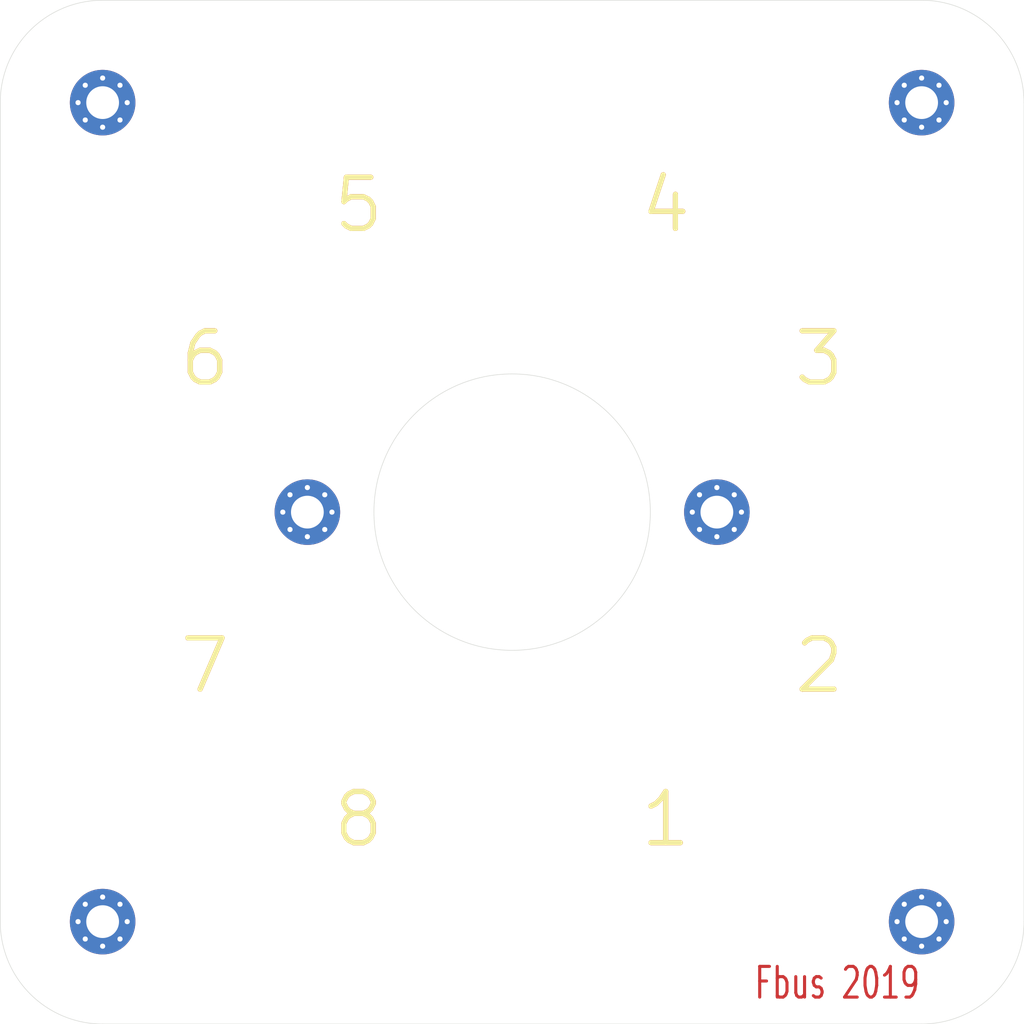
<source format=kicad_pcb>
(kicad_pcb (version 20171130) (host pcbnew "(5.1.4)-1")

  (general
    (thickness 1.6)
    (drawings 26)
    (tracks 0)
    (zones 0)
    (modules 14)
    (nets 1)
  )

  (page A4)
  (layers
    (0 F.Cu signal)
    (31 B.Cu signal)
    (32 B.Adhes user)
    (33 F.Adhes user)
    (34 B.Paste user)
    (35 F.Paste user)
    (36 B.SilkS user)
    (37 F.SilkS user)
    (38 B.Mask user)
    (39 F.Mask user)
    (40 Dwgs.User user)
    (41 Cmts.User user)
    (42 Eco1.User user)
    (43 Eco2.User user)
    (44 Edge.Cuts user)
    (45 Margin user)
    (46 B.CrtYd user)
    (47 F.CrtYd user)
    (48 B.Fab user)
    (49 F.Fab user)
  )

  (setup
    (last_trace_width 0.25)
    (trace_clearance 0.2)
    (zone_clearance 0.508)
    (zone_45_only no)
    (trace_min 0.2)
    (via_size 0.8)
    (via_drill 0.4)
    (via_min_size 0.4)
    (via_min_drill 0.3)
    (uvia_size 0.3)
    (uvia_drill 0.1)
    (uvias_allowed no)
    (uvia_min_size 0.2)
    (uvia_min_drill 0.1)
    (edge_width 0.05)
    (segment_width 0.2)
    (pcb_text_width 0.3)
    (pcb_text_size 1.5 1.5)
    (mod_edge_width 0.12)
    (mod_text_size 1 1)
    (mod_text_width 0.15)
    (pad_size 1.524 1.524)
    (pad_drill 0.762)
    (pad_to_mask_clearance 0.051)
    (solder_mask_min_width 0.25)
    (aux_axis_origin 0 0)
    (visible_elements 7FFFFFFF)
    (pcbplotparams
      (layerselection 0x010fc_ffffffff)
      (usegerberextensions false)
      (usegerberattributes false)
      (usegerberadvancedattributes false)
      (creategerberjobfile false)
      (excludeedgelayer true)
      (linewidth 0.100000)
      (plotframeref false)
      (viasonmask false)
      (mode 1)
      (useauxorigin false)
      (hpglpennumber 1)
      (hpglpenspeed 20)
      (hpglpendiameter 15.000000)
      (psnegative false)
      (psa4output false)
      (plotreference true)
      (plotvalue true)
      (plotinvisibletext false)
      (padsonsilk false)
      (subtractmaskfromsilk false)
      (outputformat 1)
      (mirror false)
      (drillshape 0)
      (scaleselection 1)
      (outputdirectory "gerbers/"))
  )

  (net 0 "")

  (net_class Default "This is the default net class."
    (clearance 0.2)
    (trace_width 0.25)
    (via_dia 0.8)
    (via_drill 0.4)
    (uvia_dia 0.3)
    (uvia_drill 0.1)
  )

  (module MountingHole:MountingHole_8.4mm_M8 (layer F.Cu) (tedit 56D1B4CB) (tstamp 5D9E5CEF)
    (at 60 85)
    (descr "Mounting Hole 8.4mm, no annular, M8")
    (tags "mounting hole 8.4mm no annular m8")
    (attr virtual)
    (fp_text reference REF** (at 0 -9.4) (layer F.SilkS) hide
      (effects (font (size 1 1) (thickness 0.15)))
    )
    (fp_text value MountingHole_8.4mm_M8 (at 0 9.4) (layer F.Fab) hide
      (effects (font (size 1 1) (thickness 0.15)))
    )
    (fp_text user %R (at 0.3 0) (layer F.Fab) hide
      (effects (font (size 1 1) (thickness 0.15)))
    )
    (fp_circle (center 0 0) (end 8.4 0) (layer Cmts.User) (width 0.15))
    (fp_circle (center 0 0) (end 8.65 0) (layer F.CrtYd) (width 0.05))
    (pad 1 np_thru_hole circle (at 0 0) (size 8.4 8.4) (drill 8.4) (layers *.Cu *.Mask))
  )

  (module MountingHole:MountingHole_8.4mm_M8 (layer F.Cu) (tedit 56D1B4CB) (tstamp 5D9E5CBB)
    (at 60 115)
    (descr "Mounting Hole 8.4mm, no annular, M8")
    (tags "mounting hole 8.4mm no annular m8")
    (attr virtual)
    (fp_text reference REF** (at 0 -9.4) (layer F.SilkS) hide
      (effects (font (size 1 1) (thickness 0.15)))
    )
    (fp_text value MountingHole_8.4mm_M8 (at 0 9.4) (layer F.Fab) hide
      (effects (font (size 1 1) (thickness 0.15)))
    )
    (fp_circle (center 0 0) (end 8.65 0) (layer F.CrtYd) (width 0.05))
    (fp_circle (center 0 0) (end 8.4 0) (layer Cmts.User) (width 0.15))
    (fp_text user %R (at 0.3 0) (layer F.Fab) hide
      (effects (font (size 1 1) (thickness 0.15)))
    )
    (pad 1 np_thru_hole circle (at 0 0) (size 8.4 8.4) (drill 8.4) (layers *.Cu *.Mask))
  )

  (module MountingHole:MountingHole_8.4mm_M8 (layer F.Cu) (tedit 56D1B4CB) (tstamp 5D9E5CAD)
    (at 85 140)
    (descr "Mounting Hole 8.4mm, no annular, M8")
    (tags "mounting hole 8.4mm no annular m8")
    (attr virtual)
    (fp_text reference REF** (at 0 -9.4) (layer F.SilkS) hide
      (effects (font (size 1 1) (thickness 0.15)))
    )
    (fp_text value MountingHole_8.4mm_M8 (at 0 9.4) (layer F.Fab) hide
      (effects (font (size 1 1) (thickness 0.15)))
    )
    (fp_text user %R (at 0.3 0) (layer F.Fab) hide
      (effects (font (size 1 1) (thickness 0.15)))
    )
    (fp_circle (center 0 0) (end 8.4 0) (layer Cmts.User) (width 0.15))
    (fp_circle (center 0 0) (end 8.65 0) (layer F.CrtYd) (width 0.05))
    (pad 1 np_thru_hole circle (at 0 0) (size 8.4 8.4) (drill 8.4) (layers *.Cu *.Mask))
  )

  (module MountingHole:MountingHole_8.4mm_M8 (layer F.Cu) (tedit 56D1B4CB) (tstamp 5D9E5C9F)
    (at 115 140)
    (descr "Mounting Hole 8.4mm, no annular, M8")
    (tags "mounting hole 8.4mm no annular m8")
    (attr virtual)
    (fp_text reference REF** (at 0 -9.4) (layer F.SilkS) hide
      (effects (font (size 1 1) (thickness 0.15)))
    )
    (fp_text value MountingHole_8.4mm_M8 (at 0 9.4) (layer F.Fab) hide
      (effects (font (size 1 1) (thickness 0.15)))
    )
    (fp_circle (center 0 0) (end 8.65 0) (layer F.CrtYd) (width 0.05))
    (fp_circle (center 0 0) (end 8.4 0) (layer Cmts.User) (width 0.15))
    (fp_text user %R (at 0.3 0) (layer F.Fab) hide
      (effects (font (size 1 1) (thickness 0.15)))
    )
    (pad 1 np_thru_hole circle (at 0 0) (size 8.4 8.4) (drill 8.4) (layers *.Cu *.Mask))
  )

  (module MountingHole:MountingHole_8.4mm_M8 (layer F.Cu) (tedit 56D1B4CB) (tstamp 5D9E5C91)
    (at 140 115)
    (descr "Mounting Hole 8.4mm, no annular, M8")
    (tags "mounting hole 8.4mm no annular m8")
    (attr virtual)
    (fp_text reference REF** (at 0 -9.4) (layer F.SilkS) hide
      (effects (font (size 1 1) (thickness 0.15)))
    )
    (fp_text value MountingHole_8.4mm_M8 (at 0 9.4) (layer F.Fab) hide
      (effects (font (size 1 1) (thickness 0.15)))
    )
    (fp_text user %R (at 0.3 0) (layer F.Fab) hide
      (effects (font (size 1 1) (thickness 0.15)))
    )
    (fp_circle (center 0 0) (end 8.4 0) (layer Cmts.User) (width 0.15))
    (fp_circle (center 0 0) (end 8.65 0) (layer F.CrtYd) (width 0.05))
    (pad 1 np_thru_hole circle (at 0 0) (size 8.4 8.4) (drill 8.4) (layers *.Cu *.Mask))
  )

  (module MountingHole:MountingHole_8.4mm_M8 (layer F.Cu) (tedit 56D1B4CB) (tstamp 5D9E5C83)
    (at 140 85)
    (descr "Mounting Hole 8.4mm, no annular, M8")
    (tags "mounting hole 8.4mm no annular m8")
    (attr virtual)
    (fp_text reference REF** (at 0 -9.4) (layer F.SilkS) hide
      (effects (font (size 1 1) (thickness 0.15)))
    )
    (fp_text value MountingHole_8.4mm_M8 (at 0 9.4) (layer F.Fab) hide
      (effects (font (size 1 1) (thickness 0.15)))
    )
    (fp_circle (center 0 0) (end 8.65 0) (layer F.CrtYd) (width 0.05))
    (fp_circle (center 0 0) (end 8.4 0) (layer Cmts.User) (width 0.15))
    (fp_text user %R (at 0.3 0) (layer F.Fab) hide
      (effects (font (size 1 1) (thickness 0.15)))
    )
    (pad 1 np_thru_hole circle (at 0 0) (size 8.4 8.4) (drill 8.4) (layers *.Cu *.Mask))
  )

  (module MountingHole:MountingHole_8.4mm_M8 (layer F.Cu) (tedit 56D1B4CB) (tstamp 5D9E5C75)
    (at 115 60)
    (descr "Mounting Hole 8.4mm, no annular, M8")
    (tags "mounting hole 8.4mm no annular m8")
    (attr virtual)
    (fp_text reference REF** (at 0 -9.4) (layer F.SilkS) hide
      (effects (font (size 1 1) (thickness 0.15)))
    )
    (fp_text value MountingHole_8.4mm_M8 (at 0 9.4) (layer F.Fab) hide
      (effects (font (size 1 1) (thickness 0.15)))
    )
    (fp_text user %R (at 0.3 0) (layer F.Fab) hide
      (effects (font (size 1 1) (thickness 0.15)))
    )
    (fp_circle (center 0 0) (end 8.4 0) (layer Cmts.User) (width 0.15))
    (fp_circle (center 0 0) (end 8.65 0) (layer F.CrtYd) (width 0.05))
    (pad 1 np_thru_hole circle (at 0 0) (size 8.4 8.4) (drill 8.4) (layers *.Cu *.Mask))
  )

  (module MountingHole:MountingHole_8.4mm_M8 (layer F.Cu) (tedit 56D1B4CB) (tstamp 5D9E5C2C)
    (at 85 60)
    (descr "Mounting Hole 8.4mm, no annular, M8")
    (tags "mounting hole 8.4mm no annular m8")
    (attr virtual)
    (fp_text reference REF** (at 0 -9.4) (layer F.SilkS) hide
      (effects (font (size 1 1) (thickness 0.15)))
    )
    (fp_text value MountingHole_8.4mm_M8 (at 0 9.4) (layer F.Fab) hide
      (effects (font (size 1 1) (thickness 0.15)))
    )
    (fp_circle (center 0 0) (end 8.65 0) (layer F.CrtYd) (width 0.05))
    (fp_circle (center 0 0) (end 8.4 0) (layer Cmts.User) (width 0.15))
    (fp_text user %R (at 0.3 0) (layer F.Fab) hide
      (effects (font (size 1 1) (thickness 0.15)))
    )
    (pad 1 np_thru_hole circle (at 0 0) (size 8.4 8.4) (drill 8.4) (layers *.Cu *.Mask))
  )

  (module MountingHole:MountingHole_3.2mm_M3_Pad_Via (layer F.Cu) (tedit 56DDBCCA) (tstamp 5D9E586B)
    (at 80 100)
    (descr "Mounting Hole 3.2mm, M3")
    (tags "mounting hole 3.2mm m3")
    (attr virtual)
    (fp_text reference e (at 0 -4.2) (layer F.SilkS) hide
      (effects (font (size 1 1) (thickness 0.15)))
    )
    (fp_text value MountingHole_3.2mm_M3_Pad_Via (at 0 4.2) (layer F.Fab) hide
      (effects (font (size 1 1) (thickness 0.15)))
    )
    (fp_text user %R (at 0.3 0) (layer F.Fab) hide
      (effects (font (size 1 1) (thickness 0.15)))
    )
    (fp_circle (center 0 0) (end 3.2 0) (layer Cmts.User) (width 0.15))
    (fp_circle (center 0 0) (end 3.45 0) (layer F.CrtYd) (width 0.05))
    (pad 1 thru_hole circle (at 0 0) (size 6.4 6.4) (drill 3.2) (layers *.Cu *.Mask))
    (pad 1 thru_hole circle (at 2.4 0) (size 0.8 0.8) (drill 0.5) (layers *.Cu *.Mask))
    (pad 1 thru_hole circle (at 1.697056 1.697056) (size 0.8 0.8) (drill 0.5) (layers *.Cu *.Mask))
    (pad 1 thru_hole circle (at 0 2.4) (size 0.8 0.8) (drill 0.5) (layers *.Cu *.Mask))
    (pad 1 thru_hole circle (at -1.697056 1.697056) (size 0.8 0.8) (drill 0.5) (layers *.Cu *.Mask))
    (pad 1 thru_hole circle (at -2.4 0) (size 0.8 0.8) (drill 0.5) (layers *.Cu *.Mask))
    (pad 1 thru_hole circle (at -1.697056 -1.697056) (size 0.8 0.8) (drill 0.5) (layers *.Cu *.Mask))
    (pad 1 thru_hole circle (at 0 -2.4) (size 0.8 0.8) (drill 0.5) (layers *.Cu *.Mask))
    (pad 1 thru_hole circle (at 1.697056 -1.697056) (size 0.8 0.8) (drill 0.5) (layers *.Cu *.Mask))
  )

  (module MountingHole:MountingHole_3.2mm_M3_Pad_Via (layer F.Cu) (tedit 56DDBCCA) (tstamp 5D9E584D)
    (at 120 100)
    (descr "Mounting Hole 3.2mm, M3")
    (tags "mounting hole 3.2mm m3")
    (attr virtual)
    (fp_text reference e (at 0 -4.2) (layer F.SilkS) hide
      (effects (font (size 1 1) (thickness 0.15)))
    )
    (fp_text value MountingHole_3.2mm_M3_Pad_Via (at 0 4.2) (layer F.Fab) hide
      (effects (font (size 1 1) (thickness 0.15)))
    )
    (fp_circle (center 0 0) (end 3.45 0) (layer F.CrtYd) (width 0.05))
    (fp_circle (center 0 0) (end 3.2 0) (layer Cmts.User) (width 0.15))
    (fp_text user %R (at 0.3 0) (layer F.Fab) hide
      (effects (font (size 1 1) (thickness 0.15)))
    )
    (pad 1 thru_hole circle (at 1.697056 -1.697056) (size 0.8 0.8) (drill 0.5) (layers *.Cu *.Mask))
    (pad 1 thru_hole circle (at 0 -2.4) (size 0.8 0.8) (drill 0.5) (layers *.Cu *.Mask))
    (pad 1 thru_hole circle (at -1.697056 -1.697056) (size 0.8 0.8) (drill 0.5) (layers *.Cu *.Mask))
    (pad 1 thru_hole circle (at -2.4 0) (size 0.8 0.8) (drill 0.5) (layers *.Cu *.Mask))
    (pad 1 thru_hole circle (at -1.697056 1.697056) (size 0.8 0.8) (drill 0.5) (layers *.Cu *.Mask))
    (pad 1 thru_hole circle (at 0 2.4) (size 0.8 0.8) (drill 0.5) (layers *.Cu *.Mask))
    (pad 1 thru_hole circle (at 1.697056 1.697056) (size 0.8 0.8) (drill 0.5) (layers *.Cu *.Mask))
    (pad 1 thru_hole circle (at 2.4 0) (size 0.8 0.8) (drill 0.5) (layers *.Cu *.Mask))
    (pad 1 thru_hole circle (at 0 0) (size 6.4 6.4) (drill 3.2) (layers *.Cu *.Mask))
  )

  (module MountingHole:MountingHole_3.2mm_M3_Pad_Via (layer F.Cu) (tedit 56DDBCCA) (tstamp 5D9E582F)
    (at 140 140)
    (descr "Mounting Hole 3.2mm, M3")
    (tags "mounting hole 3.2mm m3")
    (attr virtual)
    (fp_text reference e (at 0 -4.2) (layer F.SilkS) hide
      (effects (font (size 1 1) (thickness 0.15)))
    )
    (fp_text value MountingHole_3.2mm_M3_Pad_Via (at 0 4.2) (layer F.Fab) hide
      (effects (font (size 1 1) (thickness 0.15)))
    )
    (fp_text user %R (at 0.3 0) (layer F.Fab) hide
      (effects (font (size 1 1) (thickness 0.15)))
    )
    (fp_circle (center 0 0) (end 3.2 0) (layer Cmts.User) (width 0.15))
    (fp_circle (center 0 0) (end 3.45 0) (layer F.CrtYd) (width 0.05))
    (pad 1 thru_hole circle (at 0 0) (size 6.4 6.4) (drill 3.2) (layers *.Cu *.Mask))
    (pad 1 thru_hole circle (at 2.4 0) (size 0.8 0.8) (drill 0.5) (layers *.Cu *.Mask))
    (pad 1 thru_hole circle (at 1.697056 1.697056) (size 0.8 0.8) (drill 0.5) (layers *.Cu *.Mask))
    (pad 1 thru_hole circle (at 0 2.4) (size 0.8 0.8) (drill 0.5) (layers *.Cu *.Mask))
    (pad 1 thru_hole circle (at -1.697056 1.697056) (size 0.8 0.8) (drill 0.5) (layers *.Cu *.Mask))
    (pad 1 thru_hole circle (at -2.4 0) (size 0.8 0.8) (drill 0.5) (layers *.Cu *.Mask))
    (pad 1 thru_hole circle (at -1.697056 -1.697056) (size 0.8 0.8) (drill 0.5) (layers *.Cu *.Mask))
    (pad 1 thru_hole circle (at 0 -2.4) (size 0.8 0.8) (drill 0.5) (layers *.Cu *.Mask))
    (pad 1 thru_hole circle (at 1.697056 -1.697056) (size 0.8 0.8) (drill 0.5) (layers *.Cu *.Mask))
  )

  (module MountingHole:MountingHole_3.2mm_M3_Pad_Via (layer F.Cu) (tedit 56DDBCCA) (tstamp 5D9E5811)
    (at 60 140)
    (descr "Mounting Hole 3.2mm, M3")
    (tags "mounting hole 3.2mm m3")
    (attr virtual)
    (fp_text reference e (at 0 -4.2) (layer F.SilkS) hide
      (effects (font (size 1 1) (thickness 0.15)))
    )
    (fp_text value MountingHole_3.2mm_M3_Pad_Via (at 0 4.2) (layer F.Fab) hide
      (effects (font (size 1 1) (thickness 0.15)))
    )
    (fp_circle (center 0 0) (end 3.45 0) (layer F.CrtYd) (width 0.05))
    (fp_circle (center 0 0) (end 3.2 0) (layer Cmts.User) (width 0.15))
    (fp_text user %R (at 0.3 0) (layer F.Fab) hide
      (effects (font (size 1 1) (thickness 0.15)))
    )
    (pad 1 thru_hole circle (at 1.697056 -1.697056) (size 0.8 0.8) (drill 0.5) (layers *.Cu *.Mask))
    (pad 1 thru_hole circle (at 0 -2.4) (size 0.8 0.8) (drill 0.5) (layers *.Cu *.Mask))
    (pad 1 thru_hole circle (at -1.697056 -1.697056) (size 0.8 0.8) (drill 0.5) (layers *.Cu *.Mask))
    (pad 1 thru_hole circle (at -2.4 0) (size 0.8 0.8) (drill 0.5) (layers *.Cu *.Mask))
    (pad 1 thru_hole circle (at -1.697056 1.697056) (size 0.8 0.8) (drill 0.5) (layers *.Cu *.Mask))
    (pad 1 thru_hole circle (at 0 2.4) (size 0.8 0.8) (drill 0.5) (layers *.Cu *.Mask))
    (pad 1 thru_hole circle (at 1.697056 1.697056) (size 0.8 0.8) (drill 0.5) (layers *.Cu *.Mask))
    (pad 1 thru_hole circle (at 2.4 0) (size 0.8 0.8) (drill 0.5) (layers *.Cu *.Mask))
    (pad 1 thru_hole circle (at 0 0) (size 6.4 6.4) (drill 3.2) (layers *.Cu *.Mask))
  )

  (module MountingHole:MountingHole_3.2mm_M3_Pad_Via (layer F.Cu) (tedit 56DDBCCA) (tstamp 5D9E57F3)
    (at 60 60)
    (descr "Mounting Hole 3.2mm, M3")
    (tags "mounting hole 3.2mm m3")
    (attr virtual)
    (fp_text reference e (at 0 -4.2) (layer F.SilkS) hide
      (effects (font (size 1 1) (thickness 0.15)))
    )
    (fp_text value MountingHole_3.2mm_M3_Pad_Via (at 0 4.2) (layer F.Fab) hide
      (effects (font (size 1 1) (thickness 0.15)))
    )
    (fp_text user %R (at 0.3 0) (layer F.Fab) hide
      (effects (font (size 1 1) (thickness 0.15)))
    )
    (fp_circle (center 0 0) (end 3.2 0) (layer Cmts.User) (width 0.15))
    (fp_circle (center 0 0) (end 3.45 0) (layer F.CrtYd) (width 0.05))
    (pad 1 thru_hole circle (at 0 0) (size 6.4 6.4) (drill 3.2) (layers *.Cu *.Mask))
    (pad 1 thru_hole circle (at 2.4 0) (size 0.8 0.8) (drill 0.5) (layers *.Cu *.Mask))
    (pad 1 thru_hole circle (at 1.697056 1.697056) (size 0.8 0.8) (drill 0.5) (layers *.Cu *.Mask))
    (pad 1 thru_hole circle (at 0 2.4) (size 0.8 0.8) (drill 0.5) (layers *.Cu *.Mask))
    (pad 1 thru_hole circle (at -1.697056 1.697056) (size 0.8 0.8) (drill 0.5) (layers *.Cu *.Mask))
    (pad 1 thru_hole circle (at -2.4 0) (size 0.8 0.8) (drill 0.5) (layers *.Cu *.Mask))
    (pad 1 thru_hole circle (at -1.697056 -1.697056) (size 0.8 0.8) (drill 0.5) (layers *.Cu *.Mask))
    (pad 1 thru_hole circle (at 0 -2.4) (size 0.8 0.8) (drill 0.5) (layers *.Cu *.Mask))
    (pad 1 thru_hole circle (at 1.697056 -1.697056) (size 0.8 0.8) (drill 0.5) (layers *.Cu *.Mask))
  )

  (module MountingHole:MountingHole_3.2mm_M3_Pad_Via (layer F.Cu) (tedit 56DDBCCA) (tstamp 5D9E579B)
    (at 140 60)
    (descr "Mounting Hole 3.2mm, M3")
    (tags "mounting hole 3.2mm m3")
    (attr virtual)
    (fp_text reference e (at 0 -4.2) (layer F.SilkS) hide
      (effects (font (size 1 1) (thickness 0.15)))
    )
    (fp_text value MountingHole_3.2mm_M3_Pad_Via (at 0 4.2) (layer F.Fab) hide
      (effects (font (size 1 1) (thickness 0.15)))
    )
    (fp_circle (center 0 0) (end 3.45 0) (layer F.CrtYd) (width 0.05))
    (fp_circle (center 0 0) (end 3.2 0) (layer Cmts.User) (width 0.15))
    (fp_text user %R (at 0.3 0) (layer F.Fab) hide
      (effects (font (size 1 1) (thickness 0.15)))
    )
    (pad 1 thru_hole circle (at 1.697056 -1.697056) (size 0.8 0.8) (drill 0.5) (layers *.Cu *.Mask))
    (pad 1 thru_hole circle (at 0 -2.4) (size 0.8 0.8) (drill 0.5) (layers *.Cu *.Mask))
    (pad 1 thru_hole circle (at -1.697056 -1.697056) (size 0.8 0.8) (drill 0.5) (layers *.Cu *.Mask))
    (pad 1 thru_hole circle (at -2.4 0) (size 0.8 0.8) (drill 0.5) (layers *.Cu *.Mask))
    (pad 1 thru_hole circle (at -1.697056 1.697056) (size 0.8 0.8) (drill 0.5) (layers *.Cu *.Mask))
    (pad 1 thru_hole circle (at 0 2.4) (size 0.8 0.8) (drill 0.5) (layers *.Cu *.Mask))
    (pad 1 thru_hole circle (at 1.697056 1.697056) (size 0.8 0.8) (drill 0.5) (layers *.Cu *.Mask))
    (pad 1 thru_hole circle (at 2.4 0) (size 0.8 0.8) (drill 0.5) (layers *.Cu *.Mask))
    (pad 1 thru_hole circle (at 0 0) (size 6.4 6.4) (drill 3.2) (layers *.Cu *.Mask))
  )

  (gr_text 8 (at 85 130) (layer F.SilkS) (tstamp 5D9E0268)
    (effects (font (size 5 5) (thickness 0.5)))
  )
  (gr_text 7 (at 70 115) (layer F.SilkS) (tstamp 5D9E0264)
    (effects (font (size 5 5) (thickness 0.5)))
  )
  (gr_text 6 (at 70 85) (layer F.SilkS) (tstamp 5D9E0260)
    (effects (font (size 5 5) (thickness 0.5)))
  )
  (gr_text 5 (at 85 70) (layer F.SilkS) (tstamp 5D9E025C)
    (effects (font (size 5 5) (thickness 0.5)))
  )
  (gr_text 4 (at 115 70) (layer F.SilkS) (tstamp 5D9E0258)
    (effects (font (size 5 5) (thickness 0.5)))
  )
  (gr_text 3 (at 130 85) (layer F.SilkS) (tstamp 5D9E0254)
    (effects (font (size 5 5) (thickness 0.5)))
  )
  (gr_text 2 (at 130 115) (layer F.SilkS) (tstamp 5D9E024A)
    (effects (font (size 5 5) (thickness 0.5)))
  )
  (gr_text 1 (at 115 130) (layer F.SilkS) (tstamp 5D9E023E)
    (effects (font (size 5 5) (thickness 0.5)))
  )
  (gr_text 8 (at 85 130) (layer F.Cu)
    (effects (font (size 5 5) (thickness 0.5)))
  )
  (gr_text 7 (at 70 115) (layer F.Cu)
    (effects (font (size 5 5) (thickness 0.5)))
  )
  (gr_text 6 (at 70 85) (layer F.Cu)
    (effects (font (size 5 5) (thickness 0.5)))
  )
  (gr_text 5 (at 85 70) (layer F.Cu)
    (effects (font (size 5 5) (thickness 0.5)))
  )
  (gr_text 4 (at 115 70) (layer F.Cu)
    (effects (font (size 5 5) (thickness 0.5)))
  )
  (gr_text 3 (at 130 85) (layer F.Cu)
    (effects (font (size 5 5) (thickness 0.5)))
  )
  (gr_text 2 (at 130 115) (layer F.Cu)
    (effects (font (size 5 5) (thickness 0.5)))
  )
  (gr_text 1 (at 115 130) (layer F.Cu)
    (effects (font (size 5 5) (thickness 0.5)))
  )
  (gr_text "Fbus 2019" (at 140 146) (layer F.Cu)
    (effects (font (size 3 2) (thickness 0.3)) (justify right))
  )
  (gr_circle (center 100 100) (end 113.5 100) (layer Edge.Cuts) (width 0.05))
  (gr_arc (start 140 60) (end 140 50) (angle 90) (layer Edge.Cuts) (width 0.05) (tstamp 5D9DFED1))
  (gr_arc (start 60 140) (end 60 150) (angle 90) (layer Edge.Cuts) (width 0.05) (tstamp 5D9DFECF))
  (gr_arc (start 140 140) (end 150 140) (angle 90) (layer Edge.Cuts) (width 0.05) (tstamp 5D9DFECC))
  (gr_arc (start 60 60) (end 50 60) (angle 90) (layer Edge.Cuts) (width 0.05))
  (gr_line (start 150 60) (end 150 140) (layer Edge.Cuts) (width 0.05) (tstamp 5D9DFE72))
  (gr_line (start 60 150) (end 140 150) (layer Edge.Cuts) (width 0.05))
  (gr_line (start 50 60) (end 50 140) (layer Edge.Cuts) (width 0.05))
  (gr_line (start 60 50) (end 140 50) (layer Edge.Cuts) (width 0.05))

)

</source>
